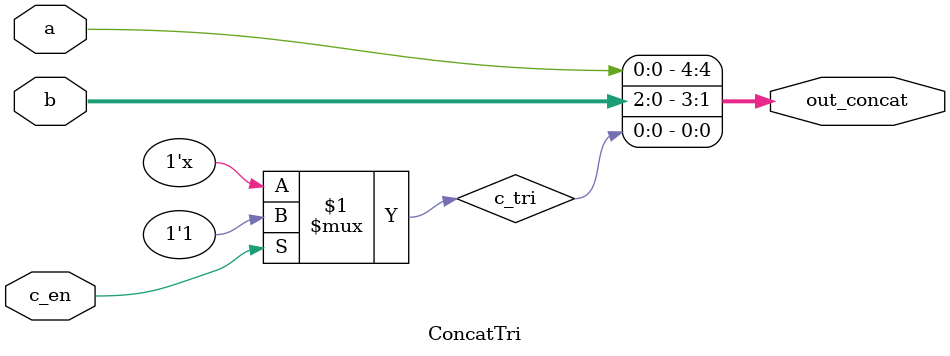
<source format=sv>
module ConcatTri (
    input wire a,
    input wire [2:0] b,
    input wire c_en,
    output wire [4:0] out_concat
);
    wire c_tri;
    assign c_tri = c_en ? 1'b1 : 1'bz;
    assign out_concat = {a, b, c_tri};
endmodule


</source>
